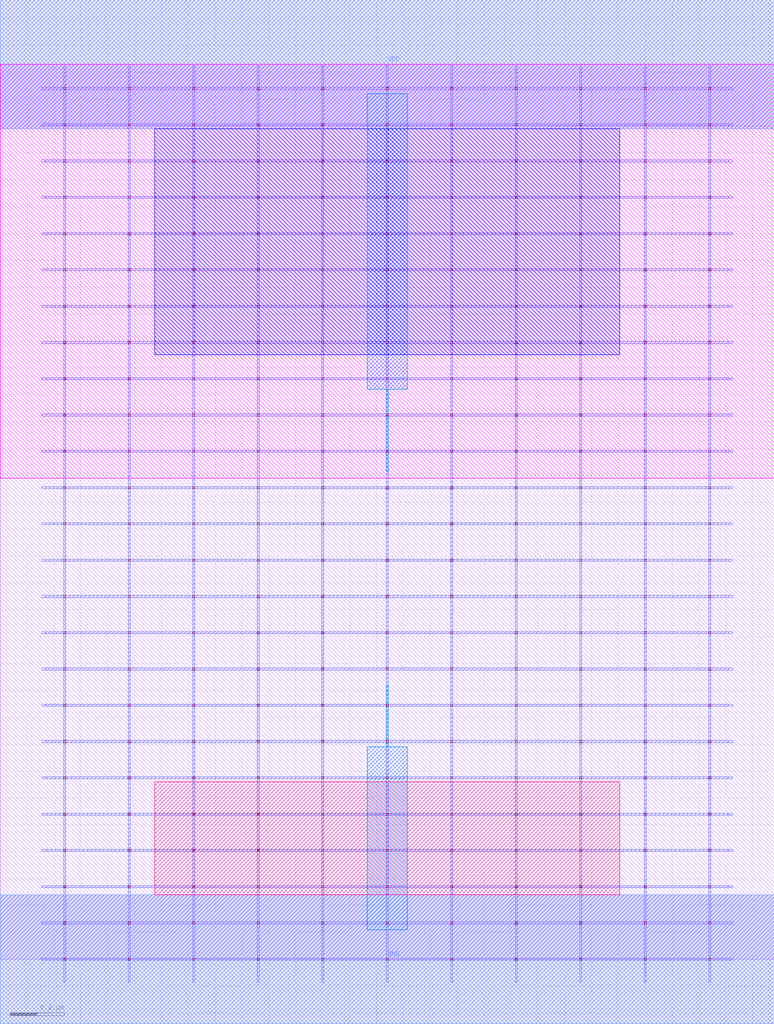
<source format=lef>
MACRO INV
 CLASS CORE ;
 FOREIGN INV 0 0 ;
 ORIGIN 0 0 ;
 SYMMETRY X Y R90 ;
 SITE UNIT ;
  PIN VDD
   DIRECTION INOUT ;
   USE SIGNAL ;
   SHAPE ABUTMENT ;
    PORT
     CLASS CORE ;
       LAYER metal2 ;
        RECT 0.00000000 3.09000000 2.88000000 3.57000000 ;
    END
  END VDD

  PIN GND
   DIRECTION INOUT ;
   USE SIGNAL ;
   SHAPE ABUTMENT ;
    PORT
     CLASS CORE ;
       LAYER metal2 ;
        RECT 0.00000000 -0.24000000 2.88000000 0.24000000 ;
    END
  END GND

  OBS
   LAYER abutment_box ;
    RECT 0.00000000 0.00000000 2.88000000 3.33000000 ;
  END

  OBS
   LAYER metal1 ;
    RECT 0.23600000 -0.08500000 0.24400000 -0.00400000 ;
    RECT 0.47600000 -0.08500000 0.48400000 -0.00400000 ;
    RECT 0.71600000 -0.08500000 0.72400000 -0.00400000 ;
    RECT 0.95600000 -0.08500000 0.96400000 -0.00400000 ;
    RECT 1.19600000 -0.08500000 1.20400000 -0.00400000 ;
    RECT 1.43600000 -0.08500000 1.44400000 -0.00400000 ;
    RECT 1.67600000 -0.08500000 1.68400000 -0.00400000 ;
    RECT 1.91600000 -0.08500000 1.92400000 -0.00400000 ;
    RECT 2.15600000 -0.08500000 2.16400000 -0.00400000 ;
    RECT 2.39600000 -0.08500000 2.40400000 -0.00400000 ;
    RECT 2.63600000 -0.08500000 2.64400000 -0.00400000 ;
    RECT 0.15500000 -0.00400000 2.72500000 0.00400000 ;
    RECT 0.23600000 0.00400000 0.24400000 0.13100000 ;
    RECT 0.47600000 0.00400000 0.48400000 0.13100000 ;
    RECT 0.71600000 0.00400000 0.72400000 0.13100000 ;
    RECT 0.95600000 0.00400000 0.96400000 0.13100000 ;
    RECT 1.19600000 0.00400000 1.20400000 0.13100000 ;
    RECT 1.43600000 0.00400000 1.44400000 0.13100000 ;
    RECT 1.67600000 0.00400000 1.68400000 0.13100000 ;
    RECT 1.91600000 0.00400000 1.92400000 0.13100000 ;
    RECT 2.15600000 0.00400000 2.16400000 0.13100000 ;
    RECT 2.39600000 0.00400000 2.40400000 0.13100000 ;
    RECT 2.63600000 0.00400000 2.64400000 0.13100000 ;
    RECT 0.15500000 0.13100000 2.72500000 0.13900000 ;
    RECT 0.23600000 0.13900000 0.24400000 0.26600000 ;
    RECT 0.47600000 0.13900000 0.48400000 0.26600000 ;
    RECT 0.71600000 0.13900000 0.72400000 0.26600000 ;
    RECT 0.95600000 0.13900000 0.96400000 0.26600000 ;
    RECT 1.19600000 0.13900000 1.20400000 0.26600000 ;
    RECT 1.43600000 0.13900000 1.44400000 0.26600000 ;
    RECT 1.67600000 0.13900000 1.68400000 0.26600000 ;
    RECT 1.91600000 0.13900000 1.92400000 0.26600000 ;
    RECT 2.15600000 0.13900000 2.16400000 0.26600000 ;
    RECT 2.39600000 0.13900000 2.40400000 0.26600000 ;
    RECT 2.63600000 0.13900000 2.64400000 0.26600000 ;
    RECT 0.15500000 0.26600000 2.72500000 0.27400000 ;
    RECT 0.23600000 0.27400000 0.24400000 0.40100000 ;
    RECT 0.47600000 0.27400000 0.48400000 0.40100000 ;
    RECT 0.71600000 0.27400000 0.72400000 0.40100000 ;
    RECT 0.95600000 0.27400000 0.96400000 0.40100000 ;
    RECT 1.19600000 0.27400000 1.20400000 0.40100000 ;
    RECT 1.43600000 0.27400000 1.44400000 0.40100000 ;
    RECT 1.67600000 0.27400000 1.68400000 0.40100000 ;
    RECT 1.91600000 0.27400000 1.92400000 0.40100000 ;
    RECT 2.15600000 0.27400000 2.16400000 0.40100000 ;
    RECT 2.39600000 0.27400000 2.40400000 0.40100000 ;
    RECT 2.63600000 0.27400000 2.64400000 0.40100000 ;
    RECT 0.15500000 0.40100000 2.72500000 0.40900000 ;
    RECT 0.23600000 0.40900000 0.24400000 0.53600000 ;
    RECT 0.47600000 0.40900000 0.48400000 0.53600000 ;
    RECT 0.71600000 0.40900000 0.72400000 0.53600000 ;
    RECT 0.95600000 0.40900000 0.96400000 0.53600000 ;
    RECT 1.19600000 0.40900000 1.20400000 0.53600000 ;
    RECT 1.43600000 0.40900000 1.44400000 0.53600000 ;
    RECT 1.67600000 0.40900000 1.68400000 0.53600000 ;
    RECT 1.91600000 0.40900000 1.92400000 0.53600000 ;
    RECT 2.15600000 0.40900000 2.16400000 0.53600000 ;
    RECT 2.39600000 0.40900000 2.40400000 0.53600000 ;
    RECT 2.63600000 0.40900000 2.64400000 0.53600000 ;
    RECT 0.15500000 0.53600000 2.72500000 0.54400000 ;
    RECT 0.23600000 0.54400000 0.24400000 0.67100000 ;
    RECT 0.47600000 0.54400000 0.48400000 0.67100000 ;
    RECT 0.71600000 0.54400000 0.72400000 0.67100000 ;
    RECT 0.95600000 0.54400000 0.96400000 0.67100000 ;
    RECT 1.19600000 0.54400000 1.20400000 0.67100000 ;
    RECT 1.43600000 0.54400000 1.44400000 0.67100000 ;
    RECT 1.67600000 0.54400000 1.68400000 0.67100000 ;
    RECT 1.91600000 0.54400000 1.92400000 0.67100000 ;
    RECT 2.15600000 0.54400000 2.16400000 0.67100000 ;
    RECT 2.39600000 0.54400000 2.40400000 0.67100000 ;
    RECT 2.63600000 0.54400000 2.64400000 0.67100000 ;
    RECT 0.15500000 0.67100000 2.72500000 0.67900000 ;
    RECT 0.23600000 0.67900000 0.24400000 0.80600000 ;
    RECT 0.47600000 0.67900000 0.48400000 0.80600000 ;
    RECT 0.71600000 0.67900000 0.72400000 0.80600000 ;
    RECT 0.95600000 0.67900000 0.96400000 0.80600000 ;
    RECT 1.19600000 0.67900000 1.20400000 0.80600000 ;
    RECT 1.43600000 0.67900000 1.44400000 0.80600000 ;
    RECT 1.67600000 0.67900000 1.68400000 0.80600000 ;
    RECT 1.91600000 0.67900000 1.92400000 0.80600000 ;
    RECT 2.15600000 0.67900000 2.16400000 0.80600000 ;
    RECT 2.39600000 0.67900000 2.40400000 0.80600000 ;
    RECT 2.63600000 0.67900000 2.64400000 0.80600000 ;
    RECT 0.15500000 0.80600000 2.72500000 0.81400000 ;
    RECT 0.23600000 0.81400000 0.24400000 0.94100000 ;
    RECT 0.47600000 0.81400000 0.48400000 0.94100000 ;
    RECT 0.71600000 0.81400000 0.72400000 0.94100000 ;
    RECT 0.95600000 0.81400000 0.96400000 0.94100000 ;
    RECT 1.19600000 0.81400000 1.20400000 0.94100000 ;
    RECT 1.43600000 0.81400000 1.44400000 0.94100000 ;
    RECT 1.67600000 0.81400000 1.68400000 0.94100000 ;
    RECT 1.91600000 0.81400000 1.92400000 0.94100000 ;
    RECT 2.15600000 0.81400000 2.16400000 0.94100000 ;
    RECT 2.39600000 0.81400000 2.40400000 0.94100000 ;
    RECT 2.63600000 0.81400000 2.64400000 0.94100000 ;
    RECT 0.15500000 0.94100000 2.72500000 0.94900000 ;
    RECT 0.23600000 0.94900000 0.24400000 1.07600000 ;
    RECT 0.47600000 0.94900000 0.48400000 1.07600000 ;
    RECT 0.71600000 0.94900000 0.72400000 1.07600000 ;
    RECT 0.95600000 0.94900000 0.96400000 1.07600000 ;
    RECT 1.19600000 0.94900000 1.20400000 1.07600000 ;
    RECT 1.43600000 0.94900000 1.44400000 1.07600000 ;
    RECT 1.67600000 0.94900000 1.68400000 1.07600000 ;
    RECT 1.91600000 0.94900000 1.92400000 1.07600000 ;
    RECT 2.15600000 0.94900000 2.16400000 1.07600000 ;
    RECT 2.39600000 0.94900000 2.40400000 1.07600000 ;
    RECT 2.63600000 0.94900000 2.64400000 1.07600000 ;
    RECT 0.15500000 1.07600000 2.72500000 1.08400000 ;
    RECT 0.23600000 1.08400000 0.24400000 1.21100000 ;
    RECT 0.47600000 1.08400000 0.48400000 1.21100000 ;
    RECT 0.71600000 1.08400000 0.72400000 1.21100000 ;
    RECT 0.95600000 1.08400000 0.96400000 1.21100000 ;
    RECT 1.19600000 1.08400000 1.20400000 1.21100000 ;
    RECT 1.43600000 1.08400000 1.44400000 1.21100000 ;
    RECT 1.67600000 1.08400000 1.68400000 1.21100000 ;
    RECT 1.91600000 1.08400000 1.92400000 1.21100000 ;
    RECT 2.15600000 1.08400000 2.16400000 1.21100000 ;
    RECT 2.39600000 1.08400000 2.40400000 1.21100000 ;
    RECT 2.63600000 1.08400000 2.64400000 1.21100000 ;
    RECT 0.15500000 1.21100000 2.72500000 1.21900000 ;
    RECT 0.23600000 1.21900000 0.24400000 1.34600000 ;
    RECT 0.47600000 1.21900000 0.48400000 1.34600000 ;
    RECT 0.71600000 1.21900000 0.72400000 1.34600000 ;
    RECT 0.95600000 1.21900000 0.96400000 1.34600000 ;
    RECT 1.19600000 1.21900000 1.20400000 1.34600000 ;
    RECT 1.43600000 1.21900000 1.44400000 1.34600000 ;
    RECT 1.67600000 1.21900000 1.68400000 1.34600000 ;
    RECT 1.91600000 1.21900000 1.92400000 1.34600000 ;
    RECT 2.15600000 1.21900000 2.16400000 1.34600000 ;
    RECT 2.39600000 1.21900000 2.40400000 1.34600000 ;
    RECT 2.63600000 1.21900000 2.64400000 1.34600000 ;
    RECT 0.15500000 1.34600000 2.72500000 1.35400000 ;
    RECT 0.23600000 1.35400000 0.24400000 1.48100000 ;
    RECT 0.47600000 1.35400000 0.48400000 1.48100000 ;
    RECT 0.71600000 1.35400000 0.72400000 1.48100000 ;
    RECT 0.95600000 1.35400000 0.96400000 1.48100000 ;
    RECT 1.19600000 1.35400000 1.20400000 1.48100000 ;
    RECT 1.43600000 1.35400000 1.44400000 1.48100000 ;
    RECT 1.67600000 1.35400000 1.68400000 1.48100000 ;
    RECT 1.91600000 1.35400000 1.92400000 1.48100000 ;
    RECT 2.15600000 1.35400000 2.16400000 1.48100000 ;
    RECT 2.39600000 1.35400000 2.40400000 1.48100000 ;
    RECT 2.63600000 1.35400000 2.64400000 1.48100000 ;
    RECT 0.15500000 1.48100000 2.72500000 1.48900000 ;
    RECT 0.23600000 1.48900000 0.24400000 1.61600000 ;
    RECT 0.47600000 1.48900000 0.48400000 1.61600000 ;
    RECT 0.71600000 1.48900000 0.72400000 1.61600000 ;
    RECT 0.95600000 1.48900000 0.96400000 1.61600000 ;
    RECT 1.19600000 1.48900000 1.20400000 1.61600000 ;
    RECT 1.43600000 1.48900000 1.44400000 1.61600000 ;
    RECT 1.67600000 1.48900000 1.68400000 1.61600000 ;
    RECT 1.91600000 1.48900000 1.92400000 1.61600000 ;
    RECT 2.15600000 1.48900000 2.16400000 1.61600000 ;
    RECT 2.39600000 1.48900000 2.40400000 1.61600000 ;
    RECT 2.63600000 1.48900000 2.64400000 1.61600000 ;
    RECT 0.15500000 1.61600000 2.72500000 1.62400000 ;
    RECT 0.23600000 1.62400000 0.24400000 1.75100000 ;
    RECT 0.47600000 1.62400000 0.48400000 1.75100000 ;
    RECT 0.71600000 1.62400000 0.72400000 1.75100000 ;
    RECT 0.95600000 1.62400000 0.96400000 1.75100000 ;
    RECT 1.19600000 1.62400000 1.20400000 1.75100000 ;
    RECT 1.43600000 1.62400000 1.44400000 1.75100000 ;
    RECT 1.67600000 1.62400000 1.68400000 1.75100000 ;
    RECT 1.91600000 1.62400000 1.92400000 1.75100000 ;
    RECT 2.15600000 1.62400000 2.16400000 1.75100000 ;
    RECT 2.39600000 1.62400000 2.40400000 1.75100000 ;
    RECT 2.63600000 1.62400000 2.64400000 1.75100000 ;
    RECT 0.15500000 1.75100000 2.72500000 1.75900000 ;
    RECT 0.23600000 1.75900000 0.24400000 1.88600000 ;
    RECT 0.47600000 1.75900000 0.48400000 1.88600000 ;
    RECT 0.71600000 1.75900000 0.72400000 1.88600000 ;
    RECT 0.95600000 1.75900000 0.96400000 1.88600000 ;
    RECT 1.19600000 1.75900000 1.20400000 1.88600000 ;
    RECT 1.43600000 1.75900000 1.44400000 1.88600000 ;
    RECT 1.67600000 1.75900000 1.68400000 1.88600000 ;
    RECT 1.91600000 1.75900000 1.92400000 1.88600000 ;
    RECT 2.15600000 1.75900000 2.16400000 1.88600000 ;
    RECT 2.39600000 1.75900000 2.40400000 1.88600000 ;
    RECT 2.63600000 1.75900000 2.64400000 1.88600000 ;
    RECT 0.15500000 1.88600000 2.72500000 1.89400000 ;
    RECT 0.23600000 1.89400000 0.24400000 2.02100000 ;
    RECT 0.47600000 1.89400000 0.48400000 2.02100000 ;
    RECT 0.71600000 1.89400000 0.72400000 2.02100000 ;
    RECT 0.95600000 1.89400000 0.96400000 2.02100000 ;
    RECT 1.19600000 1.89400000 1.20400000 2.02100000 ;
    RECT 1.43600000 1.89400000 1.44400000 2.02100000 ;
    RECT 1.67600000 1.89400000 1.68400000 2.02100000 ;
    RECT 1.91600000 1.89400000 1.92400000 2.02100000 ;
    RECT 2.15600000 1.89400000 2.16400000 2.02100000 ;
    RECT 2.39600000 1.89400000 2.40400000 2.02100000 ;
    RECT 2.63600000 1.89400000 2.64400000 2.02100000 ;
    RECT 0.15500000 2.02100000 2.72500000 2.02900000 ;
    RECT 0.23600000 2.02900000 0.24400000 2.15600000 ;
    RECT 0.47600000 2.02900000 0.48400000 2.15600000 ;
    RECT 0.71600000 2.02900000 0.72400000 2.15600000 ;
    RECT 0.95600000 2.02900000 0.96400000 2.15600000 ;
    RECT 1.19600000 2.02900000 1.20400000 2.15600000 ;
    RECT 1.43600000 2.02900000 1.44400000 2.15600000 ;
    RECT 1.67600000 2.02900000 1.68400000 2.15600000 ;
    RECT 1.91600000 2.02900000 1.92400000 2.15600000 ;
    RECT 2.15600000 2.02900000 2.16400000 2.15600000 ;
    RECT 2.39600000 2.02900000 2.40400000 2.15600000 ;
    RECT 2.63600000 2.02900000 2.64400000 2.15600000 ;
    RECT 0.15500000 2.15600000 2.72500000 2.16400000 ;
    RECT 0.23600000 2.16400000 0.24400000 2.29100000 ;
    RECT 0.47600000 2.16400000 0.48400000 2.29100000 ;
    RECT 0.71600000 2.16400000 0.72400000 2.29100000 ;
    RECT 0.95600000 2.16400000 0.96400000 2.29100000 ;
    RECT 1.19600000 2.16400000 1.20400000 2.29100000 ;
    RECT 1.43600000 2.16400000 1.44400000 2.29100000 ;
    RECT 1.67600000 2.16400000 1.68400000 2.29100000 ;
    RECT 1.91600000 2.16400000 1.92400000 2.29100000 ;
    RECT 2.15600000 2.16400000 2.16400000 2.29100000 ;
    RECT 2.39600000 2.16400000 2.40400000 2.29100000 ;
    RECT 2.63600000 2.16400000 2.64400000 2.29100000 ;
    RECT 0.15500000 2.29100000 2.72500000 2.29900000 ;
    RECT 0.23600000 2.29900000 0.24400000 2.42600000 ;
    RECT 0.47600000 2.29900000 0.48400000 2.42600000 ;
    RECT 0.71600000 2.29900000 0.72400000 2.42600000 ;
    RECT 0.95600000 2.29900000 0.96400000 2.42600000 ;
    RECT 1.19600000 2.29900000 1.20400000 2.42600000 ;
    RECT 1.43600000 2.29900000 1.44400000 2.42600000 ;
    RECT 1.67600000 2.29900000 1.68400000 2.42600000 ;
    RECT 1.91600000 2.29900000 1.92400000 2.42600000 ;
    RECT 2.15600000 2.29900000 2.16400000 2.42600000 ;
    RECT 2.39600000 2.29900000 2.40400000 2.42600000 ;
    RECT 2.63600000 2.29900000 2.64400000 2.42600000 ;
    RECT 0.15500000 2.42600000 2.72500000 2.43400000 ;
    RECT 0.23600000 2.43400000 0.24400000 2.56100000 ;
    RECT 0.47600000 2.43400000 0.48400000 2.56100000 ;
    RECT 0.71600000 2.43400000 0.72400000 2.56100000 ;
    RECT 0.95600000 2.43400000 0.96400000 2.56100000 ;
    RECT 1.19600000 2.43400000 1.20400000 2.56100000 ;
    RECT 1.43600000 2.43400000 1.44400000 2.56100000 ;
    RECT 1.67600000 2.43400000 1.68400000 2.56100000 ;
    RECT 1.91600000 2.43400000 1.92400000 2.56100000 ;
    RECT 2.15600000 2.43400000 2.16400000 2.56100000 ;
    RECT 2.39600000 2.43400000 2.40400000 2.56100000 ;
    RECT 2.63600000 2.43400000 2.64400000 2.56100000 ;
    RECT 0.15500000 2.56100000 2.72500000 2.56900000 ;
    RECT 0.23600000 2.56900000 0.24400000 2.69600000 ;
    RECT 0.47600000 2.56900000 0.48400000 2.69600000 ;
    RECT 0.71600000 2.56900000 0.72400000 2.69600000 ;
    RECT 0.95600000 2.56900000 0.96400000 2.69600000 ;
    RECT 1.19600000 2.56900000 1.20400000 2.69600000 ;
    RECT 1.43600000 2.56900000 1.44400000 2.69600000 ;
    RECT 1.67600000 2.56900000 1.68400000 2.69600000 ;
    RECT 1.91600000 2.56900000 1.92400000 2.69600000 ;
    RECT 2.15600000 2.56900000 2.16400000 2.69600000 ;
    RECT 2.39600000 2.56900000 2.40400000 2.69600000 ;
    RECT 2.63600000 2.56900000 2.64400000 2.69600000 ;
    RECT 0.15500000 2.69600000 2.72500000 2.70400000 ;
    RECT 0.23600000 2.70400000 0.24400000 2.83100000 ;
    RECT 0.47600000 2.70400000 0.48400000 2.83100000 ;
    RECT 0.71600000 2.70400000 0.72400000 2.83100000 ;
    RECT 0.95600000 2.70400000 0.96400000 2.83100000 ;
    RECT 1.19600000 2.70400000 1.20400000 2.83100000 ;
    RECT 1.43600000 2.70400000 1.44400000 2.83100000 ;
    RECT 1.67600000 2.70400000 1.68400000 2.83100000 ;
    RECT 1.91600000 2.70400000 1.92400000 2.83100000 ;
    RECT 2.15600000 2.70400000 2.16400000 2.83100000 ;
    RECT 2.39600000 2.70400000 2.40400000 2.83100000 ;
    RECT 2.63600000 2.70400000 2.64400000 2.83100000 ;
    RECT 0.15500000 2.83100000 2.72500000 2.83900000 ;
    RECT 0.23600000 2.83900000 0.24400000 2.96600000 ;
    RECT 0.47600000 2.83900000 0.48400000 2.96600000 ;
    RECT 0.71600000 2.83900000 0.72400000 2.96600000 ;
    RECT 0.95600000 2.83900000 0.96400000 2.96600000 ;
    RECT 1.19600000 2.83900000 1.20400000 2.96600000 ;
    RECT 1.43600000 2.83900000 1.44400000 2.96600000 ;
    RECT 1.67600000 2.83900000 1.68400000 2.96600000 ;
    RECT 1.91600000 2.83900000 1.92400000 2.96600000 ;
    RECT 2.15600000 2.83900000 2.16400000 2.96600000 ;
    RECT 2.39600000 2.83900000 2.40400000 2.96600000 ;
    RECT 2.63600000 2.83900000 2.64400000 2.96600000 ;
    RECT 0.15500000 2.96600000 2.72500000 2.97400000 ;
    RECT 0.23600000 2.97400000 0.24400000 3.10100000 ;
    RECT 0.47600000 2.97400000 0.48400000 3.10100000 ;
    RECT 0.71600000 2.97400000 0.72400000 3.10100000 ;
    RECT 0.95600000 2.97400000 0.96400000 3.10100000 ;
    RECT 1.19600000 2.97400000 1.20400000 3.10100000 ;
    RECT 1.43600000 2.97400000 1.44400000 3.10100000 ;
    RECT 1.67600000 2.97400000 1.68400000 3.10100000 ;
    RECT 1.91600000 2.97400000 1.92400000 3.10100000 ;
    RECT 2.15600000 2.97400000 2.16400000 3.10100000 ;
    RECT 2.39600000 2.97400000 2.40400000 3.10100000 ;
    RECT 2.63600000 2.97400000 2.64400000 3.10100000 ;
    RECT 0.15500000 3.10100000 2.72500000 3.10900000 ;
    RECT 0.23600000 3.10900000 0.24400000 3.23600000 ;
    RECT 0.47600000 3.10900000 0.48400000 3.23600000 ;
    RECT 0.71600000 3.10900000 0.72400000 3.23600000 ;
    RECT 0.95600000 3.10900000 0.96400000 3.23600000 ;
    RECT 1.19600000 3.10900000 1.20400000 3.23600000 ;
    RECT 1.43600000 3.10900000 1.44400000 3.23600000 ;
    RECT 1.67600000 3.10900000 1.68400000 3.23600000 ;
    RECT 1.91600000 3.10900000 1.92400000 3.23600000 ;
    RECT 2.15600000 3.10900000 2.16400000 3.23600000 ;
    RECT 2.39600000 3.10900000 2.40400000 3.23600000 ;
    RECT 2.63600000 3.10900000 2.64400000 3.23600000 ;
    RECT 0.15500000 3.23600000 2.72500000 3.24400000 ;
    RECT 0.23600000 3.24400000 0.24400000 3.32500000 ;
    RECT 0.47600000 3.24400000 0.48400000 3.32500000 ;
    RECT 0.71600000 3.24400000 0.72400000 3.32500000 ;
    RECT 0.95600000 3.24400000 0.96400000 3.32500000 ;
    RECT 1.19600000 3.24400000 1.20400000 3.32500000 ;
    RECT 1.43600000 3.24400000 1.44400000 3.32500000 ;
    RECT 1.67600000 3.24400000 1.68400000 3.32500000 ;
    RECT 1.91600000 3.24400000 1.92400000 3.32500000 ;
    RECT 2.15600000 3.24400000 2.16400000 3.32500000 ;
    RECT 2.39600000 3.24400000 2.40400000 3.32500000 ;
    RECT 2.63600000 3.24400000 2.64400000 3.32500000 ;
  END

  OBS
   LAYER metal1_label ;

  END

  OBS
   LAYER metal1_pin ;

  END

  OBS
   LAYER metal2 ;
    RECT 0.00000000 -0.24000000 2.88000000 0.24000000 ;
    RECT 0.23600000 0.24000000 0.24400000 0.26600000 ;
    RECT 0.47600000 0.24000000 0.48400000 0.26600000 ;
    RECT 0.71600000 0.24000000 0.72400000 0.26600000 ;
    RECT 0.95600000 0.24000000 0.96400000 0.26600000 ;
    RECT 1.19600000 0.24000000 1.20400000 0.26600000 ;
    RECT 1.43600000 0.24000000 1.44400000 0.26600000 ;
    RECT 1.67600000 0.24000000 1.68400000 0.26600000 ;
    RECT 1.91600000 0.24000000 1.92400000 0.26600000 ;
    RECT 2.15600000 0.24000000 2.16400000 0.26600000 ;
    RECT 2.39600000 0.24000000 2.40400000 0.26600000 ;
    RECT 2.63600000 0.24000000 2.64400000 0.26600000 ;
    RECT 0.17000000 0.26600000 2.71000000 0.27400000 ;
    RECT 0.23600000 0.27400000 0.24400000 0.40100000 ;
    RECT 0.47600000 0.27400000 0.48400000 0.40100000 ;
    RECT 0.71600000 0.27400000 0.72400000 0.40100000 ;
    RECT 0.95600000 0.27400000 0.96400000 0.40100000 ;
    RECT 1.19600000 0.27400000 1.20400000 0.40100000 ;
    RECT 1.43600000 0.27400000 1.44400000 0.40100000 ;
    RECT 1.67600000 0.27400000 1.68400000 0.40100000 ;
    RECT 1.91600000 0.27400000 1.92400000 0.40100000 ;
    RECT 2.15600000 0.27400000 2.16400000 0.40100000 ;
    RECT 2.39600000 0.27400000 2.40400000 0.40100000 ;
    RECT 2.63600000 0.27400000 2.64400000 0.40100000 ;
    RECT 0.17000000 0.40100000 2.71000000 0.40900000 ;
    RECT 0.23600000 0.40900000 0.24400000 0.53600000 ;
    RECT 0.47600000 0.40900000 0.48400000 0.53600000 ;
    RECT 0.71600000 0.40900000 0.72400000 0.53600000 ;
    RECT 0.95600000 0.40900000 0.96400000 0.53600000 ;
    RECT 1.19600000 0.40900000 1.20400000 0.53600000 ;
    RECT 1.43600000 0.40900000 1.44400000 0.53600000 ;
    RECT 1.67600000 0.40900000 1.68400000 0.53600000 ;
    RECT 1.91600000 0.40900000 1.92400000 0.53600000 ;
    RECT 2.15600000 0.40900000 2.16400000 0.53600000 ;
    RECT 2.39600000 0.40900000 2.40400000 0.53600000 ;
    RECT 2.63600000 0.40900000 2.64400000 0.53600000 ;
    RECT 0.17000000 0.53600000 2.71000000 0.54400000 ;
    RECT 0.23600000 0.54400000 0.24400000 0.67100000 ;
    RECT 0.47600000 0.54400000 0.48400000 0.67100000 ;
    RECT 0.71600000 0.54400000 0.72400000 0.67100000 ;
    RECT 0.95600000 0.54400000 0.96400000 0.67100000 ;
    RECT 1.19600000 0.54400000 1.20400000 0.67100000 ;
    RECT 1.43600000 0.54400000 1.44400000 0.67100000 ;
    RECT 1.67600000 0.54400000 1.68400000 0.67100000 ;
    RECT 1.91600000 0.54400000 1.92400000 0.67100000 ;
    RECT 2.15600000 0.54400000 2.16400000 0.67100000 ;
    RECT 2.39600000 0.54400000 2.40400000 0.67100000 ;
    RECT 2.63600000 0.54400000 2.64400000 0.67100000 ;
    RECT 0.17000000 0.67100000 2.71000000 0.67900000 ;
    RECT 0.23600000 0.67900000 0.24400000 0.80600000 ;
    RECT 0.47600000 0.67900000 0.48400000 0.80600000 ;
    RECT 0.71600000 0.67900000 0.72400000 0.80600000 ;
    RECT 0.95600000 0.67900000 0.96400000 0.80600000 ;
    RECT 1.19600000 0.67900000 1.20400000 0.80600000 ;
    RECT 1.43600000 0.67900000 1.44400000 0.80600000 ;
    RECT 1.67600000 0.67900000 1.68400000 0.80600000 ;
    RECT 1.91600000 0.67900000 1.92400000 0.80600000 ;
    RECT 2.15600000 0.67900000 2.16400000 0.80600000 ;
    RECT 2.39600000 0.67900000 2.40400000 0.80600000 ;
    RECT 2.63600000 0.67900000 2.64400000 0.80600000 ;
    RECT 0.17000000 0.80600000 2.71000000 0.81400000 ;
    RECT 0.23600000 0.81400000 0.24400000 0.94100000 ;
    RECT 0.47600000 0.81400000 0.48400000 0.94100000 ;
    RECT 0.71600000 0.81400000 0.72400000 0.94100000 ;
    RECT 0.95600000 0.81400000 0.96400000 0.94100000 ;
    RECT 1.19600000 0.81400000 1.20400000 0.94100000 ;
    RECT 1.43600000 0.81400000 1.44400000 0.94100000 ;
    RECT 1.67600000 0.81400000 1.68400000 0.94100000 ;
    RECT 1.91600000 0.81400000 1.92400000 0.94100000 ;
    RECT 2.15600000 0.81400000 2.16400000 0.94100000 ;
    RECT 2.39600000 0.81400000 2.40400000 0.94100000 ;
    RECT 2.63600000 0.81400000 2.64400000 0.94100000 ;
    RECT 0.17000000 0.94100000 2.71000000 0.94900000 ;
    RECT 0.23600000 0.94900000 0.24400000 1.07600000 ;
    RECT 0.47600000 0.94900000 0.48400000 1.07600000 ;
    RECT 0.71600000 0.94900000 0.72400000 1.07600000 ;
    RECT 0.95600000 0.94900000 0.96400000 1.07600000 ;
    RECT 1.19600000 0.94900000 1.20400000 1.07600000 ;
    RECT 1.43600000 0.94900000 1.44400000 1.07600000 ;
    RECT 1.67600000 0.94900000 1.68400000 1.07600000 ;
    RECT 1.91600000 0.94900000 1.92400000 1.07600000 ;
    RECT 2.15600000 0.94900000 2.16400000 1.07600000 ;
    RECT 2.39600000 0.94900000 2.40400000 1.07600000 ;
    RECT 2.63600000 0.94900000 2.64400000 1.07600000 ;
    RECT 0.17000000 1.07600000 2.71000000 1.08400000 ;
    RECT 0.23600000 1.08400000 0.24400000 1.21100000 ;
    RECT 0.47600000 1.08400000 0.48400000 1.21100000 ;
    RECT 0.71600000 1.08400000 0.72400000 1.21100000 ;
    RECT 0.95600000 1.08400000 0.96400000 1.21100000 ;
    RECT 1.19600000 1.08400000 1.20400000 1.21100000 ;
    RECT 1.43600000 1.08400000 1.44400000 1.21100000 ;
    RECT 1.67600000 1.08400000 1.68400000 1.21100000 ;
    RECT 1.91600000 1.08400000 1.92400000 1.21100000 ;
    RECT 2.15600000 1.08400000 2.16400000 1.21100000 ;
    RECT 2.39600000 1.08400000 2.40400000 1.21100000 ;
    RECT 2.63600000 1.08400000 2.64400000 1.21100000 ;
    RECT 0.17000000 1.21100000 2.71000000 1.21900000 ;
    RECT 0.23600000 1.21900000 0.24400000 1.34600000 ;
    RECT 0.47600000 1.21900000 0.48400000 1.34600000 ;
    RECT 0.71600000 1.21900000 0.72400000 1.34600000 ;
    RECT 0.95600000 1.21900000 0.96400000 1.34600000 ;
    RECT 1.19600000 1.21900000 1.20400000 1.34600000 ;
    RECT 1.43600000 1.21900000 1.44400000 1.34600000 ;
    RECT 1.67600000 1.21900000 1.68400000 1.34600000 ;
    RECT 1.91600000 1.21900000 1.92400000 1.34600000 ;
    RECT 2.15600000 1.21900000 2.16400000 1.34600000 ;
    RECT 2.39600000 1.21900000 2.40400000 1.34600000 ;
    RECT 2.63600000 1.21900000 2.64400000 1.34600000 ;
    RECT 0.17000000 1.34600000 2.71000000 1.35400000 ;
    RECT 0.23600000 1.35400000 0.24400000 1.48100000 ;
    RECT 0.47600000 1.35400000 0.48400000 1.48100000 ;
    RECT 0.71600000 1.35400000 0.72400000 1.48100000 ;
    RECT 0.95600000 1.35400000 0.96400000 1.48100000 ;
    RECT 1.19600000 1.35400000 1.20400000 1.48100000 ;
    RECT 1.43600000 1.35400000 1.44400000 1.48100000 ;
    RECT 1.67600000 1.35400000 1.68400000 1.48100000 ;
    RECT 1.91600000 1.35400000 1.92400000 1.48100000 ;
    RECT 2.15600000 1.35400000 2.16400000 1.48100000 ;
    RECT 2.39600000 1.35400000 2.40400000 1.48100000 ;
    RECT 2.63600000 1.35400000 2.64400000 1.48100000 ;
    RECT 0.17000000 1.48100000 2.71000000 1.48900000 ;
    RECT 0.23600000 1.48900000 0.24400000 1.61600000 ;
    RECT 0.47600000 1.48900000 0.48400000 1.61600000 ;
    RECT 0.71600000 1.48900000 0.72400000 1.61600000 ;
    RECT 0.95600000 1.48900000 0.96400000 1.61600000 ;
    RECT 1.19600000 1.48900000 1.20400000 1.61600000 ;
    RECT 1.43600000 1.48900000 1.44400000 1.61600000 ;
    RECT 1.67600000 1.48900000 1.68400000 1.61600000 ;
    RECT 1.91600000 1.48900000 1.92400000 1.61600000 ;
    RECT 2.15600000 1.48900000 2.16400000 1.61600000 ;
    RECT 2.39600000 1.48900000 2.40400000 1.61600000 ;
    RECT 2.63600000 1.48900000 2.64400000 1.61600000 ;
    RECT 0.17000000 1.61600000 2.71000000 1.62400000 ;
    RECT 0.23600000 1.62400000 0.24400000 1.75100000 ;
    RECT 0.47600000 1.62400000 0.48400000 1.75100000 ;
    RECT 0.71600000 1.62400000 0.72400000 1.75100000 ;
    RECT 0.95600000 1.62400000 0.96400000 1.75100000 ;
    RECT 1.19600000 1.62400000 1.20400000 1.75100000 ;
    RECT 1.43600000 1.62400000 1.44400000 1.75100000 ;
    RECT 1.67600000 1.62400000 1.68400000 1.75100000 ;
    RECT 1.91600000 1.62400000 1.92400000 1.75100000 ;
    RECT 2.15600000 1.62400000 2.16400000 1.75100000 ;
    RECT 2.39600000 1.62400000 2.40400000 1.75100000 ;
    RECT 2.63600000 1.62400000 2.64400000 1.75100000 ;
    RECT 0.17000000 1.75100000 2.71000000 1.75900000 ;
    RECT 0.23600000 1.75900000 0.24400000 1.88600000 ;
    RECT 0.47600000 1.75900000 0.48400000 1.88600000 ;
    RECT 0.71600000 1.75900000 0.72400000 1.88600000 ;
    RECT 0.95600000 1.75900000 0.96400000 1.88600000 ;
    RECT 1.19600000 1.75900000 1.20400000 1.88600000 ;
    RECT 1.43600000 1.75900000 1.44400000 1.88600000 ;
    RECT 1.67600000 1.75900000 1.68400000 1.88600000 ;
    RECT 1.91600000 1.75900000 1.92400000 1.88600000 ;
    RECT 2.15600000 1.75900000 2.16400000 1.88600000 ;
    RECT 2.39600000 1.75900000 2.40400000 1.88600000 ;
    RECT 2.63600000 1.75900000 2.64400000 1.88600000 ;
    RECT 0.17000000 1.88600000 2.71000000 1.89400000 ;
    RECT 0.23600000 1.89400000 0.24400000 2.02100000 ;
    RECT 0.47600000 1.89400000 0.48400000 2.02100000 ;
    RECT 0.71600000 1.89400000 0.72400000 2.02100000 ;
    RECT 0.95600000 1.89400000 0.96400000 2.02100000 ;
    RECT 1.19600000 1.89400000 1.20400000 2.02100000 ;
    RECT 1.43600000 1.89400000 1.44400000 2.02100000 ;
    RECT 1.67600000 1.89400000 1.68400000 2.02100000 ;
    RECT 1.91600000 1.89400000 1.92400000 2.02100000 ;
    RECT 2.15600000 1.89400000 2.16400000 2.02100000 ;
    RECT 2.39600000 1.89400000 2.40400000 2.02100000 ;
    RECT 2.63600000 1.89400000 2.64400000 2.02100000 ;
    RECT 0.17000000 2.02100000 2.71000000 2.02900000 ;
    RECT 0.23600000 2.02900000 0.24400000 2.15600000 ;
    RECT 0.47600000 2.02900000 0.48400000 2.15600000 ;
    RECT 0.71600000 2.02900000 0.72400000 2.15600000 ;
    RECT 0.95600000 2.02900000 0.96400000 2.15600000 ;
    RECT 1.19600000 2.02900000 1.20400000 2.15600000 ;
    RECT 1.43600000 2.02900000 1.44400000 2.15600000 ;
    RECT 1.67600000 2.02900000 1.68400000 2.15600000 ;
    RECT 1.91600000 2.02900000 1.92400000 2.15600000 ;
    RECT 2.15600000 2.02900000 2.16400000 2.15600000 ;
    RECT 2.39600000 2.02900000 2.40400000 2.15600000 ;
    RECT 2.63600000 2.02900000 2.64400000 2.15600000 ;
    RECT 0.17000000 2.15600000 2.71000000 2.16400000 ;
    RECT 0.23600000 2.16400000 0.24400000 2.29100000 ;
    RECT 0.47600000 2.16400000 0.48400000 2.29100000 ;
    RECT 0.71600000 2.16400000 0.72400000 2.29100000 ;
    RECT 0.95600000 2.16400000 0.96400000 2.29100000 ;
    RECT 1.19600000 2.16400000 1.20400000 2.29100000 ;
    RECT 1.43600000 2.16400000 1.44400000 2.29100000 ;
    RECT 1.67600000 2.16400000 1.68400000 2.29100000 ;
    RECT 1.91600000 2.16400000 1.92400000 2.29100000 ;
    RECT 2.15600000 2.16400000 2.16400000 2.29100000 ;
    RECT 2.39600000 2.16400000 2.40400000 2.29100000 ;
    RECT 2.63600000 2.16400000 2.64400000 2.29100000 ;
    RECT 0.17000000 2.29100000 2.71000000 2.29900000 ;
    RECT 0.23600000 2.29900000 0.24400000 2.42600000 ;
    RECT 0.47600000 2.29900000 0.48400000 2.42600000 ;
    RECT 0.71600000 2.29900000 0.72400000 2.42600000 ;
    RECT 0.95600000 2.29900000 0.96400000 2.42600000 ;
    RECT 1.19600000 2.29900000 1.20400000 2.42600000 ;
    RECT 1.43600000 2.29900000 1.44400000 2.42600000 ;
    RECT 1.67600000 2.29900000 1.68400000 2.42600000 ;
    RECT 1.91600000 2.29900000 1.92400000 2.42600000 ;
    RECT 2.15600000 2.29900000 2.16400000 2.42600000 ;
    RECT 2.39600000 2.29900000 2.40400000 2.42600000 ;
    RECT 2.63600000 2.29900000 2.64400000 2.42600000 ;
    RECT 0.17000000 2.42600000 2.71000000 2.43400000 ;
    RECT 0.23600000 2.43400000 0.24400000 2.56100000 ;
    RECT 0.47600000 2.43400000 0.48400000 2.56100000 ;
    RECT 0.71600000 2.43400000 0.72400000 2.56100000 ;
    RECT 0.95600000 2.43400000 0.96400000 2.56100000 ;
    RECT 1.19600000 2.43400000 1.20400000 2.56100000 ;
    RECT 1.43600000 2.43400000 1.44400000 2.56100000 ;
    RECT 1.67600000 2.43400000 1.68400000 2.56100000 ;
    RECT 1.91600000 2.43400000 1.92400000 2.56100000 ;
    RECT 2.15600000 2.43400000 2.16400000 2.56100000 ;
    RECT 2.39600000 2.43400000 2.40400000 2.56100000 ;
    RECT 2.63600000 2.43400000 2.64400000 2.56100000 ;
    RECT 0.17000000 2.56100000 2.71000000 2.56900000 ;
    RECT 0.23600000 2.56900000 0.24400000 2.69600000 ;
    RECT 0.47600000 2.56900000 0.48400000 2.69600000 ;
    RECT 0.71600000 2.56900000 0.72400000 2.69600000 ;
    RECT 0.95600000 2.56900000 0.96400000 2.69600000 ;
    RECT 1.19600000 2.56900000 1.20400000 2.69600000 ;
    RECT 1.43600000 2.56900000 1.44400000 2.69600000 ;
    RECT 1.67600000 2.56900000 1.68400000 2.69600000 ;
    RECT 1.91600000 2.56900000 1.92400000 2.69600000 ;
    RECT 2.15600000 2.56900000 2.16400000 2.69600000 ;
    RECT 2.39600000 2.56900000 2.40400000 2.69600000 ;
    RECT 2.63600000 2.56900000 2.64400000 2.69600000 ;
    RECT 0.17000000 2.69600000 2.71000000 2.70400000 ;
    RECT 0.23600000 2.70400000 0.24400000 2.83100000 ;
    RECT 0.47600000 2.70400000 0.48400000 2.83100000 ;
    RECT 0.71600000 2.70400000 0.72400000 2.83100000 ;
    RECT 0.95600000 2.70400000 0.96400000 2.83100000 ;
    RECT 1.19600000 2.70400000 1.20400000 2.83100000 ;
    RECT 1.43600000 2.70400000 1.44400000 2.83100000 ;
    RECT 1.67600000 2.70400000 1.68400000 2.83100000 ;
    RECT 1.91600000 2.70400000 1.92400000 2.83100000 ;
    RECT 2.15600000 2.70400000 2.16400000 2.83100000 ;
    RECT 2.39600000 2.70400000 2.40400000 2.83100000 ;
    RECT 2.63600000 2.70400000 2.64400000 2.83100000 ;
    RECT 0.17000000 2.83100000 2.71000000 2.83900000 ;
    RECT 0.23600000 2.83900000 0.24400000 2.96600000 ;
    RECT 0.47600000 2.83900000 0.48400000 2.96600000 ;
    RECT 0.71600000 2.83900000 0.72400000 2.96600000 ;
    RECT 0.95600000 2.83900000 0.96400000 2.96600000 ;
    RECT 1.19600000 2.83900000 1.20400000 2.96600000 ;
    RECT 1.43600000 2.83900000 1.44400000 2.96600000 ;
    RECT 1.67600000 2.83900000 1.68400000 2.96600000 ;
    RECT 1.91600000 2.83900000 1.92400000 2.96600000 ;
    RECT 2.15600000 2.83900000 2.16400000 2.96600000 ;
    RECT 2.39600000 2.83900000 2.40400000 2.96600000 ;
    RECT 2.63600000 2.83900000 2.64400000 2.96600000 ;
    RECT 0.17000000 2.96600000 2.71000000 2.97400000 ;
    RECT 0.23600000 2.97400000 0.24400000 3.09000000 ;
    RECT 0.47600000 2.97400000 0.48400000 3.09000000 ;
    RECT 0.71600000 2.97400000 0.72400000 3.09000000 ;
    RECT 0.95600000 2.97400000 0.96400000 3.09000000 ;
    RECT 1.19600000 2.97400000 1.20400000 3.09000000 ;
    RECT 1.43600000 2.97400000 1.44400000 3.09000000 ;
    RECT 1.67600000 2.97400000 1.68400000 3.09000000 ;
    RECT 1.91600000 2.97400000 1.92400000 3.09000000 ;
    RECT 2.15600000 2.97400000 2.16400000 3.09000000 ;
    RECT 2.39600000 2.97400000 2.40400000 3.09000000 ;
    RECT 2.63600000 2.97400000 2.64400000 3.09000000 ;
    RECT 0.00000000 3.09000000 2.88000000 3.57000000 ;
  END

  OBS
   LAYER metal2_label ;

  END

  OBS
   LAYER metal2_pin ;
    RECT 0.00000000 -0.24000000 2.88000000 0.24000000 ;
    RECT 0.00000000 3.09000000 2.88000000 3.57000000 ;
  END

  OBS
   LAYER ndiff_contact ;
    RECT 0.71600000 0.40100000 0.72400000 0.40900000 ;
    RECT 0.95600000 0.40100000 0.96400000 0.40900000 ;
    RECT 1.91600000 0.40100000 1.92400000 0.40900000 ;
    RECT 2.15600000 0.40100000 2.16400000 0.40900000 ;
    RECT 0.71600000 0.53600000 0.72400000 0.54400000 ;
    RECT 0.95600000 0.53600000 0.96400000 0.54400000 ;
    RECT 1.91600000 0.53600000 1.92400000 0.54400000 ;
    RECT 2.15600000 0.53600000 2.16400000 0.54400000 ;
  END

  OBS
   LAYER ndiffusion ;
    RECT 0.57500000 0.24000000 2.30500000 0.66000000 ;
  END

  OBS
   LAYER nplus ;

  END

  OBS
   LAYER nwell ;
    RECT 0.00000000 1.79000000 2.88000000 3.33000000 ;
  END

  OBS
   LAYER pdiff_contact ;
    RECT 0.71600000 2.29100000 0.72400000 2.29900000 ;
    RECT 0.95600000 2.29100000 0.96400000 2.29900000 ;
    RECT 1.91600000 2.29100000 1.92400000 2.29900000 ;
    RECT 2.15600000 2.29100000 2.16400000 2.29900000 ;
    RECT 0.71600000 2.42600000 0.72400000 2.43400000 ;
    RECT 0.95600000 2.42600000 0.96400000 2.43400000 ;
    RECT 1.91600000 2.42600000 1.92400000 2.43400000 ;
    RECT 2.15600000 2.42600000 2.16400000 2.43400000 ;
    RECT 0.71600000 2.56100000 0.72400000 2.56900000 ;
    RECT 0.95600000 2.56100000 0.96400000 2.56900000 ;
    RECT 1.91600000 2.56100000 1.92400000 2.56900000 ;
    RECT 2.15600000 2.56100000 2.16400000 2.56900000 ;
    RECT 0.71600000 2.69600000 0.72400000 2.70400000 ;
    RECT 0.95600000 2.69600000 0.96400000 2.70400000 ;
    RECT 1.91600000 2.69600000 1.92400000 2.70400000 ;
    RECT 2.15600000 2.69600000 2.16400000 2.70400000 ;
    RECT 0.71600000 2.83100000 0.72400000 2.83900000 ;
    RECT 0.95600000 2.83100000 0.96400000 2.83900000 ;
    RECT 1.91600000 2.83100000 1.92400000 2.83900000 ;
    RECT 2.15600000 2.83100000 2.16400000 2.83900000 ;
    RECT 0.71600000 2.96600000 0.72400000 2.97400000 ;
    RECT 0.95600000 2.96600000 0.96400000 2.97400000 ;
    RECT 1.91600000 2.96600000 1.92400000 2.97400000 ;
    RECT 2.15600000 2.96600000 2.16400000 2.97400000 ;
  END

  OBS
   LAYER pdiffusion ;
    RECT 0.57500000 2.25000000 2.30500000 3.09000000 ;
  END

  OBS
   LAYER poly ;
    RECT 1.36500000 0.11000000 1.51500000 0.79000000 ;
    RECT 1.43600000 0.79000000 1.44400000 1.02000000 ;
    RECT 1.43600000 1.81500000 1.44400000 2.12000000 ;
    RECT 1.36500000 2.12000000 1.51500000 3.22000000 ;
  END

  OBS
   LAYER poly_contact ;
    RECT 1.43600000 0.94100000 1.44400000 0.94900000 ;
    RECT 1.43600000 1.88600000 1.44400000 1.89400000 ;
  END

  OBS
   LAYER pplus ;

  END

  OBS
   LAYER via1 ;
    RECT 0.23600000 -0.00400000 0.24400000 0.00400000 ;
    RECT 0.47600000 -0.00400000 0.48400000 0.00400000 ;
    RECT 0.71600000 -0.00400000 0.72400000 0.00400000 ;
    RECT 0.95600000 -0.00400000 0.96400000 0.00400000 ;
    RECT 1.19600000 -0.00400000 1.20400000 0.00400000 ;
    RECT 1.43600000 -0.00400000 1.44400000 0.00400000 ;
    RECT 1.67600000 -0.00400000 1.68400000 0.00400000 ;
    RECT 1.91600000 -0.00400000 1.92400000 0.00400000 ;
    RECT 2.15600000 -0.00400000 2.16400000 0.00400000 ;
    RECT 2.39600000 -0.00400000 2.40400000 0.00400000 ;
    RECT 2.63600000 -0.00400000 2.64400000 0.00400000 ;
    RECT 0.23600000 0.13100000 0.24400000 0.13900000 ;
    RECT 0.47600000 0.13100000 0.48400000 0.13900000 ;
    RECT 0.71600000 0.13100000 0.72400000 0.13900000 ;
    RECT 0.95600000 0.13100000 0.96400000 0.13900000 ;
    RECT 1.19600000 0.13100000 1.20400000 0.13900000 ;
    RECT 1.43600000 0.13100000 1.44400000 0.13900000 ;
    RECT 1.67600000 0.13100000 1.68400000 0.13900000 ;
    RECT 1.91600000 0.13100000 1.92400000 0.13900000 ;
    RECT 2.15600000 0.13100000 2.16400000 0.13900000 ;
    RECT 2.39600000 0.13100000 2.40400000 0.13900000 ;
    RECT 2.63600000 0.13100000 2.64400000 0.13900000 ;
    RECT 0.23600000 0.26600000 0.24400000 0.27400000 ;
    RECT 0.47600000 0.26600000 0.48400000 0.27400000 ;
    RECT 0.71600000 0.26600000 0.72400000 0.27400000 ;
    RECT 0.95600000 0.26600000 0.96400000 0.27400000 ;
    RECT 1.19600000 0.26600000 1.20400000 0.27400000 ;
    RECT 1.43600000 0.26600000 1.44400000 0.27400000 ;
    RECT 1.67600000 0.26600000 1.68400000 0.27400000 ;
    RECT 1.91600000 0.26600000 1.92400000 0.27400000 ;
    RECT 2.15600000 0.26600000 2.16400000 0.27400000 ;
    RECT 2.39600000 0.26600000 2.40400000 0.27400000 ;
    RECT 2.63600000 0.26600000 2.64400000 0.27400000 ;
    RECT 0.23600000 0.40100000 0.24400000 0.40900000 ;
    RECT 0.47600000 0.40100000 0.48400000 0.40900000 ;
    RECT 0.71600000 0.40100000 0.72400000 0.40900000 ;
    RECT 0.95600000 0.40100000 0.96400000 0.40900000 ;
    RECT 1.19600000 0.40100000 1.20400000 0.40900000 ;
    RECT 1.43600000 0.40100000 1.44400000 0.40900000 ;
    RECT 1.67600000 0.40100000 1.68400000 0.40900000 ;
    RECT 1.91600000 0.40100000 1.92400000 0.40900000 ;
    RECT 2.15600000 0.40100000 2.16400000 0.40900000 ;
    RECT 2.39600000 0.40100000 2.40400000 0.40900000 ;
    RECT 2.63600000 0.40100000 2.64400000 0.40900000 ;
    RECT 0.23600000 0.53600000 0.24400000 0.54400000 ;
    RECT 0.47600000 0.53600000 0.48400000 0.54400000 ;
    RECT 0.71600000 0.53600000 0.72400000 0.54400000 ;
    RECT 0.95600000 0.53600000 0.96400000 0.54400000 ;
    RECT 1.19600000 0.53600000 1.20400000 0.54400000 ;
    RECT 1.43600000 0.53600000 1.44400000 0.54400000 ;
    RECT 1.67600000 0.53600000 1.68400000 0.54400000 ;
    RECT 1.91600000 0.53600000 1.92400000 0.54400000 ;
    RECT 2.15600000 0.53600000 2.16400000 0.54400000 ;
    RECT 2.39600000 0.53600000 2.40400000 0.54400000 ;
    RECT 2.63600000 0.53600000 2.64400000 0.54400000 ;
    RECT 0.23600000 0.67100000 0.24400000 0.67900000 ;
    RECT 0.47600000 0.67100000 0.48400000 0.67900000 ;
    RECT 0.71600000 0.67100000 0.72400000 0.67900000 ;
    RECT 0.95600000 0.67100000 0.96400000 0.67900000 ;
    RECT 1.19600000 0.67100000 1.20400000 0.67900000 ;
    RECT 1.43600000 0.67100000 1.44400000 0.67900000 ;
    RECT 1.67600000 0.67100000 1.68400000 0.67900000 ;
    RECT 1.91600000 0.67100000 1.92400000 0.67900000 ;
    RECT 2.15600000 0.67100000 2.16400000 0.67900000 ;
    RECT 2.39600000 0.67100000 2.40400000 0.67900000 ;
    RECT 2.63600000 0.67100000 2.64400000 0.67900000 ;
    RECT 0.23600000 0.80600000 0.24400000 0.81400000 ;
    RECT 0.47600000 0.80600000 0.48400000 0.81400000 ;
    RECT 0.71600000 0.80600000 0.72400000 0.81400000 ;
    RECT 0.95600000 0.80600000 0.96400000 0.81400000 ;
    RECT 1.19600000 0.80600000 1.20400000 0.81400000 ;
    RECT 1.43600000 0.80600000 1.44400000 0.81400000 ;
    RECT 1.67600000 0.80600000 1.68400000 0.81400000 ;
    RECT 1.91600000 0.80600000 1.92400000 0.81400000 ;
    RECT 2.15600000 0.80600000 2.16400000 0.81400000 ;
    RECT 2.39600000 0.80600000 2.40400000 0.81400000 ;
    RECT 2.63600000 0.80600000 2.64400000 0.81400000 ;
    RECT 0.23600000 0.94100000 0.24400000 0.94900000 ;
    RECT 0.47600000 0.94100000 0.48400000 0.94900000 ;
    RECT 0.71600000 0.94100000 0.72400000 0.94900000 ;
    RECT 0.95600000 0.94100000 0.96400000 0.94900000 ;
    RECT 1.19600000 0.94100000 1.20400000 0.94900000 ;
    RECT 1.43600000 0.94100000 1.44400000 0.94900000 ;
    RECT 1.67600000 0.94100000 1.68400000 0.94900000 ;
    RECT 1.91600000 0.94100000 1.92400000 0.94900000 ;
    RECT 2.15600000 0.94100000 2.16400000 0.94900000 ;
    RECT 2.39600000 0.94100000 2.40400000 0.94900000 ;
    RECT 2.63600000 0.94100000 2.64400000 0.94900000 ;
    RECT 0.23600000 1.07600000 0.24400000 1.08400000 ;
    RECT 0.47600000 1.07600000 0.48400000 1.08400000 ;
    RECT 0.71600000 1.07600000 0.72400000 1.08400000 ;
    RECT 0.95600000 1.07600000 0.96400000 1.08400000 ;
    RECT 1.19600000 1.07600000 1.20400000 1.08400000 ;
    RECT 1.43600000 1.07600000 1.44400000 1.08400000 ;
    RECT 1.67600000 1.07600000 1.68400000 1.08400000 ;
    RECT 1.91600000 1.07600000 1.92400000 1.08400000 ;
    RECT 2.15600000 1.07600000 2.16400000 1.08400000 ;
    RECT 2.39600000 1.07600000 2.40400000 1.08400000 ;
    RECT 2.63600000 1.07600000 2.64400000 1.08400000 ;
    RECT 0.23600000 1.21100000 0.24400000 1.21900000 ;
    RECT 0.47600000 1.21100000 0.48400000 1.21900000 ;
    RECT 0.71600000 1.21100000 0.72400000 1.21900000 ;
    RECT 0.95600000 1.21100000 0.96400000 1.21900000 ;
    RECT 1.19600000 1.21100000 1.20400000 1.21900000 ;
    RECT 1.43600000 1.21100000 1.44400000 1.21900000 ;
    RECT 1.67600000 1.21100000 1.68400000 1.21900000 ;
    RECT 1.91600000 1.21100000 1.92400000 1.21900000 ;
    RECT 2.15600000 1.21100000 2.16400000 1.21900000 ;
    RECT 2.39600000 1.21100000 2.40400000 1.21900000 ;
    RECT 2.63600000 1.21100000 2.64400000 1.21900000 ;
    RECT 0.23600000 1.34600000 0.24400000 1.35400000 ;
    RECT 0.47600000 1.34600000 0.48400000 1.35400000 ;
    RECT 0.71600000 1.34600000 0.72400000 1.35400000 ;
    RECT 0.95600000 1.34600000 0.96400000 1.35400000 ;
    RECT 1.19600000 1.34600000 1.20400000 1.35400000 ;
    RECT 1.43600000 1.34600000 1.44400000 1.35400000 ;
    RECT 1.67600000 1.34600000 1.68400000 1.35400000 ;
    RECT 1.91600000 1.34600000 1.92400000 1.35400000 ;
    RECT 2.15600000 1.34600000 2.16400000 1.35400000 ;
    RECT 2.39600000 1.34600000 2.40400000 1.35400000 ;
    RECT 2.63600000 1.34600000 2.64400000 1.35400000 ;
    RECT 0.23600000 1.48100000 0.24400000 1.48900000 ;
    RECT 0.47600000 1.48100000 0.48400000 1.48900000 ;
    RECT 0.71600000 1.48100000 0.72400000 1.48900000 ;
    RECT 0.95600000 1.48100000 0.96400000 1.48900000 ;
    RECT 1.19600000 1.48100000 1.20400000 1.48900000 ;
    RECT 1.43600000 1.48100000 1.44400000 1.48900000 ;
    RECT 1.67600000 1.48100000 1.68400000 1.48900000 ;
    RECT 1.91600000 1.48100000 1.92400000 1.48900000 ;
    RECT 2.15600000 1.48100000 2.16400000 1.48900000 ;
    RECT 2.39600000 1.48100000 2.40400000 1.48900000 ;
    RECT 2.63600000 1.48100000 2.64400000 1.48900000 ;
    RECT 0.23600000 1.61600000 0.24400000 1.62400000 ;
    RECT 0.47600000 1.61600000 0.48400000 1.62400000 ;
    RECT 0.71600000 1.61600000 0.72400000 1.62400000 ;
    RECT 0.95600000 1.61600000 0.96400000 1.62400000 ;
    RECT 1.19600000 1.61600000 1.20400000 1.62400000 ;
    RECT 1.43600000 1.61600000 1.44400000 1.62400000 ;
    RECT 1.67600000 1.61600000 1.68400000 1.62400000 ;
    RECT 1.91600000 1.61600000 1.92400000 1.62400000 ;
    RECT 2.15600000 1.61600000 2.16400000 1.62400000 ;
    RECT 2.39600000 1.61600000 2.40400000 1.62400000 ;
    RECT 2.63600000 1.61600000 2.64400000 1.62400000 ;
    RECT 0.23600000 1.75100000 0.24400000 1.75900000 ;
    RECT 0.47600000 1.75100000 0.48400000 1.75900000 ;
    RECT 0.71600000 1.75100000 0.72400000 1.75900000 ;
    RECT 0.95600000 1.75100000 0.96400000 1.75900000 ;
    RECT 1.19600000 1.75100000 1.20400000 1.75900000 ;
    RECT 1.43600000 1.75100000 1.44400000 1.75900000 ;
    RECT 1.67600000 1.75100000 1.68400000 1.75900000 ;
    RECT 1.91600000 1.75100000 1.92400000 1.75900000 ;
    RECT 2.15600000 1.75100000 2.16400000 1.75900000 ;
    RECT 2.39600000 1.75100000 2.40400000 1.75900000 ;
    RECT 2.63600000 1.75100000 2.64400000 1.75900000 ;
    RECT 0.23600000 1.88600000 0.24400000 1.89400000 ;
    RECT 0.47600000 1.88600000 0.48400000 1.89400000 ;
    RECT 0.71600000 1.88600000 0.72400000 1.89400000 ;
    RECT 0.95600000 1.88600000 0.96400000 1.89400000 ;
    RECT 1.19600000 1.88600000 1.20400000 1.89400000 ;
    RECT 1.43600000 1.88600000 1.44400000 1.89400000 ;
    RECT 1.67600000 1.88600000 1.68400000 1.89400000 ;
    RECT 1.91600000 1.88600000 1.92400000 1.89400000 ;
    RECT 2.15600000 1.88600000 2.16400000 1.89400000 ;
    RECT 2.39600000 1.88600000 2.40400000 1.89400000 ;
    RECT 2.63600000 1.88600000 2.64400000 1.89400000 ;
    RECT 0.23600000 2.02100000 0.24400000 2.02900000 ;
    RECT 0.47600000 2.02100000 0.48400000 2.02900000 ;
    RECT 0.71600000 2.02100000 0.72400000 2.02900000 ;
    RECT 0.95600000 2.02100000 0.96400000 2.02900000 ;
    RECT 1.19600000 2.02100000 1.20400000 2.02900000 ;
    RECT 1.43600000 2.02100000 1.44400000 2.02900000 ;
    RECT 1.67600000 2.02100000 1.68400000 2.02900000 ;
    RECT 1.91600000 2.02100000 1.92400000 2.02900000 ;
    RECT 2.15600000 2.02100000 2.16400000 2.02900000 ;
    RECT 2.39600000 2.02100000 2.40400000 2.02900000 ;
    RECT 2.63600000 2.02100000 2.64400000 2.02900000 ;
    RECT 0.23600000 2.15600000 0.24400000 2.16400000 ;
    RECT 0.47600000 2.15600000 0.48400000 2.16400000 ;
    RECT 0.71600000 2.15600000 0.72400000 2.16400000 ;
    RECT 0.95600000 2.15600000 0.96400000 2.16400000 ;
    RECT 1.19600000 2.15600000 1.20400000 2.16400000 ;
    RECT 1.43600000 2.15600000 1.44400000 2.16400000 ;
    RECT 1.67600000 2.15600000 1.68400000 2.16400000 ;
    RECT 1.91600000 2.15600000 1.92400000 2.16400000 ;
    RECT 2.15600000 2.15600000 2.16400000 2.16400000 ;
    RECT 2.39600000 2.15600000 2.40400000 2.16400000 ;
    RECT 2.63600000 2.15600000 2.64400000 2.16400000 ;
    RECT 0.23600000 2.29100000 0.24400000 2.29900000 ;
    RECT 0.47600000 2.29100000 0.48400000 2.29900000 ;
    RECT 0.71600000 2.29100000 0.72400000 2.29900000 ;
    RECT 0.95600000 2.29100000 0.96400000 2.29900000 ;
    RECT 1.19600000 2.29100000 1.20400000 2.29900000 ;
    RECT 1.43600000 2.29100000 1.44400000 2.29900000 ;
    RECT 1.67600000 2.29100000 1.68400000 2.29900000 ;
    RECT 1.91600000 2.29100000 1.92400000 2.29900000 ;
    RECT 2.15600000 2.29100000 2.16400000 2.29900000 ;
    RECT 2.39600000 2.29100000 2.40400000 2.29900000 ;
    RECT 2.63600000 2.29100000 2.64400000 2.29900000 ;
    RECT 0.23600000 2.42600000 0.24400000 2.43400000 ;
    RECT 0.47600000 2.42600000 0.48400000 2.43400000 ;
    RECT 0.71600000 2.42600000 0.72400000 2.43400000 ;
    RECT 0.95600000 2.42600000 0.96400000 2.43400000 ;
    RECT 1.19600000 2.42600000 1.20400000 2.43400000 ;
    RECT 1.43600000 2.42600000 1.44400000 2.43400000 ;
    RECT 1.67600000 2.42600000 1.68400000 2.43400000 ;
    RECT 1.91600000 2.42600000 1.92400000 2.43400000 ;
    RECT 2.15600000 2.42600000 2.16400000 2.43400000 ;
    RECT 2.39600000 2.42600000 2.40400000 2.43400000 ;
    RECT 2.63600000 2.42600000 2.64400000 2.43400000 ;
    RECT 0.23600000 2.56100000 0.24400000 2.56900000 ;
    RECT 0.47600000 2.56100000 0.48400000 2.56900000 ;
    RECT 0.71600000 2.56100000 0.72400000 2.56900000 ;
    RECT 0.95600000 2.56100000 0.96400000 2.56900000 ;
    RECT 1.19600000 2.56100000 1.20400000 2.56900000 ;
    RECT 1.43600000 2.56100000 1.44400000 2.56900000 ;
    RECT 1.67600000 2.56100000 1.68400000 2.56900000 ;
    RECT 1.91600000 2.56100000 1.92400000 2.56900000 ;
    RECT 2.15600000 2.56100000 2.16400000 2.56900000 ;
    RECT 2.39600000 2.56100000 2.40400000 2.56900000 ;
    RECT 2.63600000 2.56100000 2.64400000 2.56900000 ;
    RECT 0.23600000 2.69600000 0.24400000 2.70400000 ;
    RECT 0.47600000 2.69600000 0.48400000 2.70400000 ;
    RECT 0.71600000 2.69600000 0.72400000 2.70400000 ;
    RECT 0.95600000 2.69600000 0.96400000 2.70400000 ;
    RECT 1.19600000 2.69600000 1.20400000 2.70400000 ;
    RECT 1.43600000 2.69600000 1.44400000 2.70400000 ;
    RECT 1.67600000 2.69600000 1.68400000 2.70400000 ;
    RECT 1.91600000 2.69600000 1.92400000 2.70400000 ;
    RECT 2.15600000 2.69600000 2.16400000 2.70400000 ;
    RECT 2.39600000 2.69600000 2.40400000 2.70400000 ;
    RECT 2.63600000 2.69600000 2.64400000 2.70400000 ;
    RECT 0.23600000 2.83100000 0.24400000 2.83900000 ;
    RECT 0.47600000 2.83100000 0.48400000 2.83900000 ;
    RECT 0.71600000 2.83100000 0.72400000 2.83900000 ;
    RECT 0.95600000 2.83100000 0.96400000 2.83900000 ;
    RECT 1.19600000 2.83100000 1.20400000 2.83900000 ;
    RECT 1.43600000 2.83100000 1.44400000 2.83900000 ;
    RECT 1.67600000 2.83100000 1.68400000 2.83900000 ;
    RECT 1.91600000 2.83100000 1.92400000 2.83900000 ;
    RECT 2.15600000 2.83100000 2.16400000 2.83900000 ;
    RECT 2.39600000 2.83100000 2.40400000 2.83900000 ;
    RECT 2.63600000 2.83100000 2.64400000 2.83900000 ;
    RECT 0.23600000 2.96600000 0.24400000 2.97400000 ;
    RECT 0.47600000 2.96600000 0.48400000 2.97400000 ;
    RECT 0.71600000 2.96600000 0.72400000 2.97400000 ;
    RECT 0.95600000 2.96600000 0.96400000 2.97400000 ;
    RECT 1.19600000 2.96600000 1.20400000 2.97400000 ;
    RECT 1.43600000 2.96600000 1.44400000 2.97400000 ;
    RECT 1.67600000 2.96600000 1.68400000 2.97400000 ;
    RECT 1.91600000 2.96600000 1.92400000 2.97400000 ;
    RECT 2.15600000 2.96600000 2.16400000 2.97400000 ;
    RECT 2.39600000 2.96600000 2.40400000 2.97400000 ;
    RECT 2.63600000 2.96600000 2.64400000 2.97400000 ;
    RECT 0.23600000 3.10100000 0.24400000 3.10900000 ;
    RECT 0.47600000 3.10100000 0.48400000 3.10900000 ;
    RECT 0.71600000 3.10100000 0.72400000 3.10900000 ;
    RECT 0.95600000 3.10100000 0.96400000 3.10900000 ;
    RECT 1.19600000 3.10100000 1.20400000 3.10900000 ;
    RECT 1.43600000 3.10100000 1.44400000 3.10900000 ;
    RECT 1.67600000 3.10100000 1.68400000 3.10900000 ;
    RECT 1.91600000 3.10100000 1.92400000 3.10900000 ;
    RECT 2.15600000 3.10100000 2.16400000 3.10900000 ;
    RECT 2.39600000 3.10100000 2.40400000 3.10900000 ;
    RECT 2.63600000 3.10100000 2.64400000 3.10900000 ;
    RECT 0.23600000 3.23600000 0.24400000 3.24400000 ;
    RECT 0.47600000 3.23600000 0.48400000 3.24400000 ;
    RECT 0.71600000 3.23600000 0.72400000 3.24400000 ;
    RECT 0.95600000 3.23600000 0.96400000 3.24400000 ;
    RECT 1.19600000 3.23600000 1.20400000 3.24400000 ;
    RECT 1.43600000 3.23600000 1.44400000 3.24400000 ;
    RECT 1.67600000 3.23600000 1.68400000 3.24400000 ;
    RECT 1.91600000 3.23600000 1.92400000 3.24400000 ;
    RECT 2.15600000 3.23600000 2.16400000 3.24400000 ;
    RECT 2.39600000 3.23600000 2.40400000 3.24400000 ;
    RECT 2.63600000 3.23600000 2.64400000 3.24400000 ;
  END

END INV

</source>
